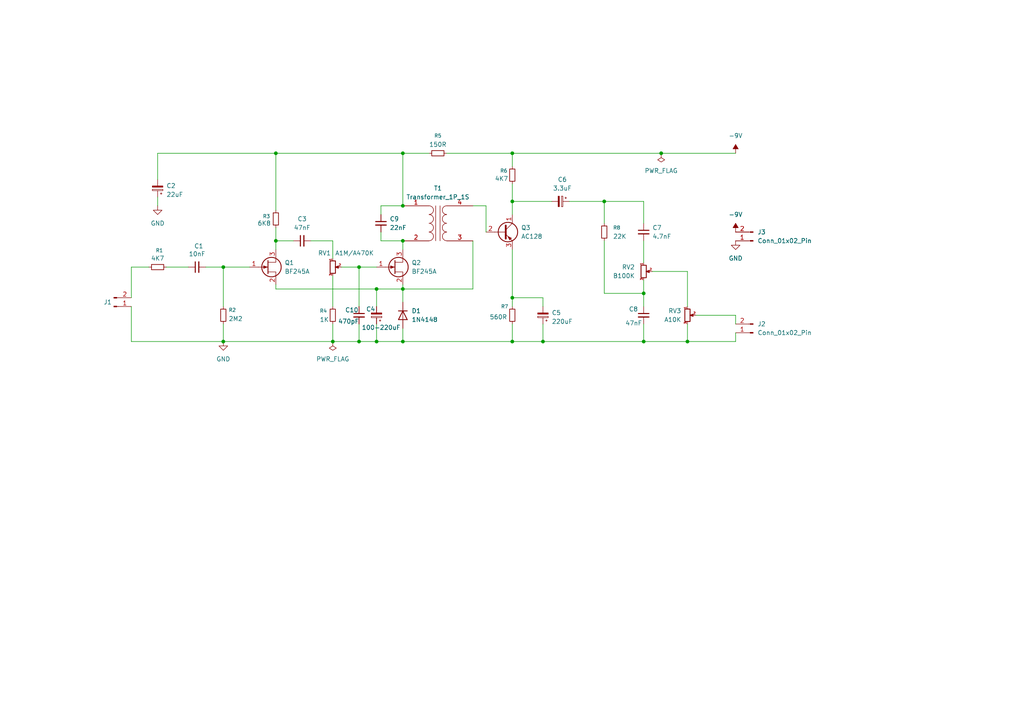
<source format=kicad_sch>
(kicad_sch (version 20250114) (generator "eeschema") (generator_version "9.0")
  (paper "A4")
  (lib_symbols
    (symbol "ACRM:AC128" (pin_names (offset 0) (hide yes))
      (property "Reference" "Q" (at 5.08 1.27 0))
      (property "Value" "AC128" (at 5.08 -1.27 0))
      (symbol "AC128_0_1"
        (polyline (pts (xy -2.54 0) (xy 0.635 0)))
        (polyline (pts (xy 0.635 1.905) (xy 0.635 -1.905)) (stroke (width 0.508)))
        (polyline (pts (xy 0.635 0.635) (xy 2.54 2.54)))
        (polyline (pts (xy 0.635 -0.635) (xy 2.54 -2.54)))
        (circle (center 1.27 0) (radius 2.8194) (stroke (width 0.254)))
        (polyline (pts (xy 2.286 -1.778) (xy 1.778 -2.286) (xy 1.27 -1.27) (xy 2.286 -1.778)) (fill (type outline)))
      )
      (symbol "AC128_1_1"
        (pin input line (at -5.08 0 0) (length 2.54) (name "B") (number "2"))
        (pin passive line (at 2.54 5.08 270) (length 2.54) (name "C") (number "1"))
        (pin passive line (at 2.54 -5.08 90) (length 2.54) (name "E") (number "3"))
      )
    )
    (symbol "Connector:Conn_01x02_Pin" (pin_names (offset 1.016) (hide yes))
      (property "Reference" "J" (at 0 2.54 0))
      (property "Value" "Conn_01x02_Pin" (at 0 -5.08 0))
      (symbol "Conn_01x02_Pin_1_1"
        (rectangle (start 0.8636 0.127) (end 0 -0.127) (stroke (width 0.1524)) (fill (type outline)))
        (rectangle (start 0.8636 -2.413) (end 0 -2.667) (stroke (width 0.1524)) (fill (type outline)))
        (polyline (pts (xy 1.27 0) (xy 0.8636 0)) (stroke (width 0.1524)))
        (polyline (pts (xy 1.27 -2.54) (xy 0.8636 -2.54)) (stroke (width 0.1524)))
        (pin passive line (at 5.08 0 180) (length 3.81) (name "Pin_1") (number "1"))
        (pin passive line (at 5.08 -2.54 180) (length 3.81) (name "Pin_2") (number "2"))
      )
    )
    (symbol "Device:C_Polarized_Small" (pin_numbers (hide yes)) (pin_names (offset 0.254) (hide yes))
      (property "Reference" "C" (at 0.254 1.778 0))
      (property "Value" "C_Polarized_Small" (at 0.254 -2.032 0))
      (symbol "C_Polarized_Small_0_1"
        (rectangle (start -1.524 0.6858) (end 1.524 0.3048))
        (rectangle (start -1.524 -0.3048) (end 1.524 -0.6858) (fill (type outline)))
        (polyline (pts (xy -1.27 1.524) (xy -0.762 1.524)))
        (polyline (pts (xy -1.016 1.27) (xy -1.016 1.778)))
      )
      (symbol "C_Polarized_Small_1_1"
        (pin passive line (at 0 2.54 270) (length 1.8542) (name "~") (number "1"))
        (pin passive line (at 0 -2.54 90) (length 1.8542) (name "~") (number "2"))
      )
    )
    (symbol "Device:C_Small" (pin_numbers (hide yes)) (pin_names (offset 0.254) (hide yes))
      (property "Reference" "C" (at 0.254 1.778 0))
      (property "Value" "C_Small" (at 0.254 -2.032 0))
      (symbol "C_Small_0_1"
        (polyline (pts (xy -1.524 0.508) (xy 1.524 0.508)) (stroke (width 0.3048)))
        (polyline (pts (xy -1.524 -0.508) (xy 1.524 -0.508)) (stroke (width 0.3302)))
      )
      (symbol "C_Small_1_1"
        (pin passive line (at 0 2.54 270) (length 2.032) (name "~") (number "1"))
        (pin passive line (at 0 -2.54 90) (length 2.032) (name "~") (number "2"))
      )
    )
    (symbol "Device:R_Potentiometer_Small" (pin_names (offset 1.016) (hide yes))
      (property "Reference" "RV" (at -4.445 0 90))
      (property "Value" "R_Potentiometer_Small" (at -2.54 0 90))
      (symbol "R_Potentiometer_Small_0_1"
        (rectangle (start 0.762 1.8034) (end -0.762 -1.8034) (stroke (width 0.254)))
        (polyline (pts (xy 0.889 0) (xy 0.635 0) (xy 1.651 0.381) (xy 1.651 -0.381) (xy 0.635 0) (xy 0.889 0)) (fill (type outline)))
      )
      (symbol "R_Potentiometer_Small_1_1"
        (pin passive line (at 0 2.54 270) (length 0.635) (name "1") (number "1"))
        (pin passive line (at 0 -2.54 90) (length 0.635) (name "3") (number "3"))
        (pin passive line (at 2.54 0 180) (length 0.9906) (name "2") (number "2"))
      )
    )
    (symbol "Device:R_Small" (pin_numbers (hide yes)) (pin_names (offset 0.254) (hide yes))
      (property "Reference" "R" (at 0 0 90))
      (property "Value" "R_Small" (at 1.778 0 90))
      (symbol "R_Small_0_1"
        (rectangle (start -0.762 1.778) (end 0.762 -1.778) (stroke (width 0.2032)))
      )
      (symbol "R_Small_1_1"
        (pin passive line (at 0 2.54 270) (length 0.762) (name "~") (number "1"))
        (pin passive line (at 0 -2.54 90) (length 0.762) (name "~") (number "2"))
      )
    )
    (symbol "Device:Transformer_1P_1S" (pin_names (offset 1.016) (hide yes))
      (property "Reference" "T" (at 0 6.35 0))
      (property "Value" "Transformer_1P_1S" (at 0 -7.62 0))
      (symbol "Transformer_1P_1S_0_1"
        (arc (start -1.27 3.81) (mid -1.656 2.9336) (end -2.54 2.5654))
        (arc (start -1.27 1.27) (mid -1.656 0.3936) (end -2.54 0.0254))
        (arc (start -1.27 -1.27) (mid -1.656 -2.1464) (end -2.54 -2.5146))
        (arc (start -1.27 -3.81) (mid -1.656 -4.6864) (end -2.54 -5.0546))
        (arc (start -2.54 5.08) (mid -1.642 4.708) (end -1.27 3.81))
        (arc (start -2.54 2.54) (mid -1.642 2.168) (end -1.27 1.27))
        (arc (start -2.54 0) (mid -1.642 -0.372) (end -1.27 -1.27))
        (arc (start -2.54 -2.54) (mid -1.642 -2.912) (end -1.27 -3.81))
        (polyline (pts (xy -0.635 5.08) (xy -0.635 -5.08)))
        (polyline (pts (xy 0.635 -5.08) (xy 0.635 5.08)))
        (arc (start 1.2954 3.81) (mid 1.6457 4.7117) (end 2.54 5.08))
        (arc (start 1.2954 1.27) (mid 1.6457 2.1717) (end 2.54 2.54))
        (arc (start 1.2954 -1.27) (mid 1.6457 -0.3683) (end 2.54 0))
        (arc (start 2.54 2.5654) (mid 1.6599 2.9299) (end 1.2954 3.81))
        (arc (start 2.54 0.0254) (mid 1.6599 0.3899) (end 1.2954 1.27))
        (arc (start 2.54 -2.5146) (mid 1.6599 -2.1501) (end 1.2954 -1.27))
        (arc (start 1.3208 -3.81) (mid 1.6711 -2.9085) (end 2.5654 -2.54))
        (arc (start 2.5654 -5.0546) (mid 1.6851 -4.6902) (end 1.3208 -3.81))
      )
      (symbol "Transformer_1P_1S_1_1"
        (pin passive line (at -10.16 5.08 0) (length 7.62) (name "AA") (number "1"))
        (pin passive line (at -10.16 -5.08 0) (length 7.62) (name "AB") (number "2"))
        (pin passive line (at 10.16 5.08 180) (length 7.62) (name "SB") (number "4"))
        (pin passive line (at 10.16 -5.08 180) (length 7.62) (name "SA") (number "3"))
      )
    )
    (symbol "Diode:1N4148" (pin_numbers (hide yes)) (pin_names (hide yes))
      (property "Reference" "D" (at 0 2.54 0))
      (property "Value" "1N4148" (at 0 -2.54 0))
      (symbol "1N4148_0_1"
        (polyline (pts (xy -1.27 1.27) (xy -1.27 -1.27)) (stroke (width 0.254)))
        (polyline (pts (xy 1.27 1.27) (xy 1.27 -1.27) (xy -1.27 0) (xy 1.27 1.27)) (stroke (width 0.254)))
        (polyline (pts (xy 1.27 0) (xy -1.27 0)))
      )
      (symbol "1N4148_1_1"
        (pin passive line (at -3.81 0 0) (length 2.54) (name "K") (number "1"))
        (pin passive line (at 3.81 0 180) (length 2.54) (name "A") (number "2"))
      )
    )
    (symbol "Transistor_FET:BF245A" (pin_names (hide yes))
      (property "Reference" "Q" (at 5.08 1.905 0))
      (property "Value" "BF245A" (at 5.08 0 0))
      (symbol "BF245A_0_1"
        (polyline (pts (xy 0 0) (xy -1.016 0.381) (xy -1.016 -0.381) (xy 0 0)) (fill (type outline)))
        (polyline (pts (xy 0.254 1.905) (xy 0.254 -1.905)) (stroke (width 0.254)))
        (polyline (pts (xy 0.254 0) (xy -2.54 0)))
        (circle (center 1.27 0) (radius 2.8194) (stroke (width 0.254)))
        (polyline (pts (xy 2.54 2.54) (xy 2.54 1.397) (xy 0.254 1.397)))
        (polyline (pts (xy 2.54 -2.54) (xy 2.54 -1.397) (xy 0.254 -1.397)))
      )
      (symbol "BF245A_1_1"
        (pin input line (at -5.08 0 0) (length 2.54) (name "G") (number "1"))
        (pin passive line (at 2.54 5.08 270) (length 2.54) (name "D") (number "3"))
        (pin passive line (at 2.54 -5.08 90) (length 2.54) (name "S") (number "2"))
      )
    )
    (symbol "power:-9V" (power) (pin_numbers (hide yes)) (pin_names (offset 0) (hide yes))
      (property "Value" "-9V" (at 0 3.556 0))
      (symbol "-9V_0_1"
        (polyline (pts (xy 0 0) (xy 0 2.54)))
        (polyline (pts (xy 0.762 1.27) (xy -0.762 1.27) (xy 0 2.54) (xy 0.762 1.27)) (fill (type outline)))
      )
      (symbol "-9V_1_1"
        (pin power_in line (at 0 0 90) (length 0) (name "~") (number "1"))
      )
    )
    (symbol "power:GND" (power) (pin_numbers (hide yes)) (pin_names (offset 0) (hide yes))
      (property "Value" "GND" (at 0 -3.81 0))
      (symbol "GND_0_1"
        (polyline (pts (xy 0 0) (xy 0 -1.27) (xy 1.27 -1.27) (xy 0 -2.54) (xy -1.27 -1.27) (xy 0 -1.27)))
      )
      (symbol "GND_1_1"
        (pin power_in line (at 0 0 270) (length 0) (name "~") (number "1"))
      )
    )
    (symbol "power:PWR_FLAG" (power) (pin_numbers (hide yes)) (pin_names (offset 0) (hide yes))
      (property "Value" "PWR_FLAG" (at 0 3.81 0))
      (symbol "PWR_FLAG_0_0"
        (pin power_out line (at 0 0 90) (length 0) (name "~") (number "1"))
      )
      (symbol "PWR_FLAG_0_1"
        (polyline (pts (xy 0 0) (xy 0 1.27) (xy -1.016 1.905) (xy 0 2.54) (xy 1.016 1.905) (xy 0 1.27)))
      )
    )
  )
  (junction (at 116.84 99.06))
  (junction (at 109.22 99.06))
  (junction (at 80.01 69.85))
  (junction (at 148.59 44.45))
  (junction (at 175.26 58.42))
  (junction (at 116.84 44.45))
  (junction (at 64.77 77.47))
  (junction (at 104.14 77.47))
  (junction (at 148.59 99.06))
  (junction (at 186.69 99.06))
  (junction (at 191.77 44.45))
  (junction (at 157.48 99.06))
  (junction (at 148.59 86.36))
  (junction (at 186.69 85.09))
  (junction (at 80.01 44.45))
  (junction (at 104.14 99.06))
  (junction (at 96.52 99.06))
  (junction (at 199.39 99.06))
  (junction (at 116.84 83.82))
  (junction (at 148.59 58.42))
  (junction (at 64.77 99.06))
  (junction (at 116.84 69.85))
  (junction (at 116.84 59.69))
  (junction (at 109.22 83.82))
  (wire (pts (xy 129.54 44.45) (xy 148.59 44.45)))
  (wire (pts (xy 38.1 88.9) (xy 38.1 99.06)))
  (wire (pts (xy 96.52 99.06) (xy 104.14 99.06)))
  (wire (pts (xy 116.84 82.55) (xy 116.84 83.82)))
  (wire (pts (xy 148.59 93.98) (xy 148.59 99.06)))
  (wire (pts (xy 186.69 58.42) (xy 186.69 64.77)))
  (wire (pts (xy 80.01 60.96) (xy 80.01 44.45)))
  (wire (pts (xy 45.72 44.45) (xy 45.72 52.07)))
  (wire (pts (xy 90.17 69.85) (xy 96.52 69.85)))
  (wire (pts (xy 137.16 59.69) (xy 140.97 59.69)))
  (wire (pts (xy 213.36 91.44) (xy 213.36 93.98)))
  (wire (pts (xy 175.26 85.09) (xy 186.69 85.09)))
  (wire (pts (xy 38.1 99.06) (xy 64.77 99.06)))
  (wire (pts (xy 109.22 83.82) (xy 116.84 83.82)))
  (wire (pts (xy 137.16 69.85) (xy 137.16 83.82)))
  (wire (pts (xy 186.69 81.28) (xy 186.69 85.09)))
  (wire (pts (xy 191.77 44.45) (xy 213.36 44.45)))
  (wire (pts (xy 38.1 77.47) (xy 38.1 86.36)))
  (wire (pts (xy 116.84 95.25) (xy 116.84 99.06)))
  (wire (pts (xy 148.59 86.36) (xy 148.59 88.9)))
  (wire (pts (xy 148.59 72.39) (xy 148.59 86.36)))
  (wire (pts (xy 110.49 69.85) (xy 116.84 69.85)))
  (wire (pts (xy 110.49 67.31) (xy 110.49 69.85)))
  (wire (pts (xy 109.22 99.06) (xy 116.84 99.06)))
  (wire (pts (xy 199.39 99.06) (xy 213.36 99.06)))
  (wire (pts (xy 64.77 93.98) (xy 64.77 99.06)))
  (wire (pts (xy 201.93 91.44) (xy 213.36 91.44)))
  (wire (pts (xy 99.06 77.47) (xy 104.14 77.47)))
  (wire (pts (xy 104.14 93.98) (xy 104.14 99.06)))
  (wire (pts (xy 157.48 93.98) (xy 157.48 99.06)))
  (wire (pts (xy 157.48 99.06) (xy 148.59 99.06)))
  (wire (pts (xy 64.77 99.06) (xy 96.52 99.06)))
  (wire (pts (xy 80.01 83.82) (xy 109.22 83.82)))
  (wire (pts (xy 157.48 86.36) (xy 157.48 88.9)))
  (wire (pts (xy 137.16 83.82) (xy 116.84 83.82)))
  (wire (pts (xy 186.69 85.09) (xy 186.69 88.9)))
  (wire (pts (xy 80.01 69.85) (xy 85.09 69.85)))
  (wire (pts (xy 45.72 57.15) (xy 45.72 59.69)))
  (wire (pts (xy 148.59 44.45) (xy 148.59 48.26)))
  (wire (pts (xy 96.52 80.01) (xy 96.52 88.9)))
  (wire (pts (xy 116.84 83.82) (xy 116.84 87.63)))
  (wire (pts (xy 80.01 66.04) (xy 80.01 69.85)))
  (wire (pts (xy 157.48 99.06) (xy 186.69 99.06)))
  (wire (pts (xy 80.01 69.85) (xy 80.01 72.39)))
  (wire (pts (xy 140.97 59.69) (xy 140.97 67.31)))
  (wire (pts (xy 189.23 78.74) (xy 199.39 78.74)))
  (wire (pts (xy 148.59 86.36) (xy 157.48 86.36)))
  (wire (pts (xy 116.84 99.06) (xy 148.59 99.06)))
  (wire (pts (xy 45.72 44.45) (xy 80.01 44.45)))
  (wire (pts (xy 80.01 44.45) (xy 116.84 44.45)))
  (wire (pts (xy 148.59 44.45) (xy 191.77 44.45)))
  (wire (pts (xy 38.1 77.47) (xy 43.18 77.47)))
  (wire (pts (xy 175.26 69.85) (xy 175.26 85.09)))
  (wire (pts (xy 104.14 99.06) (xy 109.22 99.06)))
  (wire (pts (xy 199.39 93.98) (xy 199.39 99.06)))
  (wire (pts (xy 186.69 99.06) (xy 199.39 99.06)))
  (wire (pts (xy 148.59 58.42) (xy 148.59 62.23)))
  (wire (pts (xy 96.52 93.98) (xy 96.52 99.06)))
  (wire (pts (xy 110.49 62.23) (xy 110.49 59.69)))
  (wire (pts (xy 116.84 44.45) (xy 116.84 59.69)))
  (wire (pts (xy 165.1 58.42) (xy 175.26 58.42)))
  (wire (pts (xy 110.49 59.69) (xy 116.84 59.69)))
  (wire (pts (xy 213.36 96.52) (xy 213.36 99.06)))
  (wire (pts (xy 109.22 93.98) (xy 109.22 99.06)))
  (wire (pts (xy 175.26 58.42) (xy 175.26 64.77)))
  (wire (pts (xy 186.69 69.85) (xy 186.69 76.2)))
  (wire (pts (xy 109.22 88.9) (xy 109.22 83.82)))
  (wire (pts (xy 199.39 78.74) (xy 199.39 88.9)))
  (wire (pts (xy 104.14 77.47) (xy 109.22 77.47)))
  (wire (pts (xy 96.52 69.85) (xy 96.52 74.93)))
  (wire (pts (xy 116.84 44.45) (xy 124.46 44.45)))
  (wire (pts (xy 186.69 93.98) (xy 186.69 99.06)))
  (wire (pts (xy 116.84 69.85) (xy 116.84 72.39)))
  (wire (pts (xy 48.26 77.47) (xy 54.61 77.47)))
  (wire (pts (xy 148.59 58.42) (xy 160.02 58.42)))
  (wire (pts (xy 64.77 88.9) (xy 64.77 77.47)))
  (wire (pts (xy 104.14 88.9) (xy 104.14 77.47)))
  (wire (pts (xy 175.26 58.42) (xy 186.69 58.42)))
  (wire (pts (xy 59.69 77.47) (xy 64.77 77.47)))
  (wire (pts (xy 148.59 53.34) (xy 148.59 58.42)))
  (wire (pts (xy 64.77 77.47) (xy 72.39 77.47)))
  (wire (pts (xy 80.01 82.55) (xy 80.01 83.82)))
  (symbol (lib_id "Device:C_Small") (at 57.15 77.47 90) (unit 1)
    (property "Reference" "C1" (at 57.658 71.374 90))
    (property "Value" "10nF" (at 57.1563 73.66 90))
    (property "Footprint" "Capacitor_THT:C_Rect_L7.2mm_W3.0mm_P5.00mm_FKS2_FKP2_MKS2_MKP2" (effects (hide yes)))
    (property "Description" "Unpolarized capacitor, small symbol" (effects (hide yes)))
  )
  (symbol (lib_id "Device:C_Polarized_Small") (at 162.56 58.42 270) (unit 1)
    (property "Reference" "C6" (at 163.1061 52.07 90))
    (property "Value" "3.3uF" (at 163.1061 54.61 90))
    (property "Footprint" "Capacitor_THT:CP_Radial_D8.0mm_P3.50mm" (effects (hide yes)))
    (property "Description" "Polarized capacitor, small symbol" (effects (hide yes)))
  )
  (symbol (lib_id "Connector:Conn_01x02_Pin") (at 218.44 96.52 180) (unit 1)
    (property "Reference" "J2" (at 219.71 93.9799 0) (effects (justify right)))
    (property "Value" "Conn_01x02_Pin" (at 219.71 96.5199 0) (effects (justify right)))
    (property "Footprint" "Connector_Molex:Molex_KK-254_AE-6410-02A_1x02_P2.54mm_Vertical" (effects (hide yes)))
    (property "Description" "Generic connector, single row, 01x02, script generated" (effects (hide yes)))
  )
  (symbol (lib_id "Device:R_Small") (at 127 44.45 90) (unit 1)
    (property "Reference" "R5" (at 127 39.37 90) (effects (font (size 1.016 1.016))))
    (property "Value" "150R" (at 127 41.91 90))
    (property "Footprint" "Resistor_THT:R_Axial_DIN0207_L6.3mm_D2.5mm_P10.16mm_Horizontal" (effects (hide yes)))
    (property "Description" "Resistor, small symbol" (effects (hide yes)))
  )
  (symbol (lib_id "Device:C_Small") (at 104.14 91.44 0) (unit 1)
    (property "Reference" "C10" (at 100.076 89.916 0) (effects (justify left)))
    (property "Value" "470pF" (at 98.044 93.218 0) (effects (justify left)))
    (property "Footprint" "Capacitor_THT:C_Rect_L7.2mm_W3.0mm_P5.00mm_FKS2_FKP2_MKS2_MKP2" (effects (hide yes)))
    (property "Description" "Unpolarized capacitor, small symbol" (effects (hide yes)))
  )
  (symbol (lib_id "Device:C_Polarized_Small") (at 109.22 91.44 180) (unit 1)
    (property "Reference" "C4" (at 106.172 89.662 0) (effects (justify right)))
    (property "Value" "100-220uF" (at 104.902 94.996 0) (effects (justify right)))
    (property "Footprint" "Capacitor_THT:CP_Radial_D8.0mm_P3.50mm" (effects (hide yes)))
    (property "Description" "Polarized capacitor, small symbol" (effects (hide yes)))
  )
  (symbol (lib_id "Transistor_FET:BF245A") (at 114.3 77.47 0) (unit 1)
    (property "Reference" "Q2" (at 119.38 76.1999 0) (effects (justify left)))
    (property "Value" "BF245A" (at 119.38 78.7399 0) (effects (justify left)))
    (property "Footprint" "Package_TO_SOT_THT:TO-92_Inline" (effects (hide yes)))
    (property "Datasheet" "https://www.onsemi.com/pub/Collateral/BF245A-D.PDF" (effects (hide yes)))
    (property "Description" "50mA Id, 30V Vgs, N-Channel FET Transistor, TO-92" (effects (hide yes)))
  )
  (symbol (lib_id "power:-9V") (at 213.36 44.45 0) (unit 1)
    (property "Reference" "#PWR03" (effects (hide yes)))
    (property "Value" "-9V" (at 213.36 39.37 0))
    (property "Description" "Power symbol creates a global label with name \"-9V\"" (effects (hide yes)))
  )
  (symbol (lib_id "Transistor_FET:BF245A") (at 77.47 77.47 0) (unit 1)
    (property "Reference" "Q1" (at 82.55 76.1999 0) (effects (justify left)))
    (property "Value" "BF245A" (at 82.55 78.7399 0) (effects (justify left)))
    (property "Footprint" "Package_TO_SOT_THT:TO-92_Inline" (effects (hide yes)))
    (property "Datasheet" "https://www.onsemi.com/pub/Collateral/BF245A-D.PDF" (effects (hide yes)))
    (property "Description" "50mA Id, 30V Vgs, N-Channel FET Transistor, TO-92" (effects (hide yes)))
  )
  (symbol (lib_id "ACRM:AC128") (at 146.05 67.31 0) (unit 1)
    (property "Reference" "Q3" (at 151.13 66.0399 0) (effects (justify left)))
    (property "Value" "AC128" (at 151.13 68.5799 0) (effects (justify left)))
    (property "Footprint" "ACRM:TO-1-3" (effects (hide yes)))
    (property "Description" "PNP transistor, collector/base/emitter" (effects (hide yes)))
  )
  (symbol (lib_id "power:PWR_FLAG") (at 96.52 99.06 180) (unit 1)
    (property "Reference" "#FLG01" (effects (hide yes)))
    (property "Value" "PWR_FLAG" (at 96.52 104.14 0))
    (property "Description" "Special symbol for telling ERC where power comes from" (effects (hide yes)))
  )
  (symbol (lib_id "Device:C_Polarized_Small") (at 157.48 91.44 180) (unit 1)
    (property "Reference" "C5" (at 160.02 90.716 0) (effects (justify right)))
    (property "Value" "220uF" (at 160.02 93.256 0) (effects (justify right)))
    (property "Footprint" "Capacitor_THT:CP_Radial_D8.0mm_P3.50mm" (effects (hide yes)))
    (property "Description" "Polarized capacitor, small symbol" (effects (hide yes)))
  )
  (symbol (lib_id "Device:R_Small") (at 64.77 91.44 0) (unit 1)
    (property "Reference" "R2" (at 66.294 89.916 0) (effects (font (size 1.016 1.016)) (justify left)))
    (property "Value" "2M2" (at 66.294 92.456 0) (effects (justify left)))
    (property "Footprint" "Resistor_THT:R_Axial_DIN0207_L6.3mm_D2.5mm_P10.16mm_Horizontal" (effects (hide yes)))
    (property "Description" "Resistor, small symbol" (effects (hide yes)))
  )
  (symbol (lib_id "Device:C_Small") (at 87.63 69.85 90) (unit 1)
    (property "Reference" "C3" (at 87.6363 63.5 90))
    (property "Value" "47nF" (at 87.6363 66.04 90))
    (property "Footprint" "Capacitor_THT:C_Rect_L7.2mm_W3.0mm_P5.00mm_FKS2_FKP2_MKS2_MKP2" (effects (hide yes)))
    (property "Description" "Unpolarized capacitor, small symbol" (effects (hide yes)))
  )
  (symbol (lib_id "Device:R_Small") (at 45.72 77.47 90) (unit 1)
    (property "Reference" "R1" (at 46.228 72.644 90) (effects (font (size 1.016 1.016))))
    (property "Value" "4K7" (at 45.72 74.93 90))
    (property "Footprint" "Resistor_THT:R_Axial_DIN0207_L6.3mm_D2.5mm_P10.16mm_Horizontal" (effects (hide yes)))
    (property "Description" "Resistor, small symbol" (effects (hide yes)))
  )
  (symbol (lib_id "Device:R_Small") (at 148.59 50.8 0) (unit 1)
    (property "Reference" "R6" (at 145.034 49.53 0) (effects (font (size 1.016 1.016)) (justify left)))
    (property "Value" "4K7" (at 143.51 51.816 0) (effects (justify left)))
    (property "Footprint" "Resistor_THT:R_Axial_DIN0207_L6.3mm_D2.5mm_P10.16mm_Horizontal" (effects (hide yes)))
    (property "Description" "Resistor, small symbol" (effects (hide yes)))
  )
  (symbol (lib_id "Diode:1N4148") (at 116.84 91.44 270) (unit 1)
    (property "Reference" "D1" (at 119.38 90.1699 90) (effects (justify left)))
    (property "Value" "1N4148" (at 119.38 92.7099 90) (effects (justify left)))
    (property "Footprint" "Diode_THT:D_DO-35_SOD27_P7.62mm_Horizontal" (effects (hide yes)))
    (property "Datasheet" "https://assets.nexperia.com/documents/data-sheet/1N4148_1N4448.pdf" (effects (hide yes)))
    (property "Description" "100V 0.15A standard switching diode, DO-35" (effects (hide yes)))
    (property "Sim.Device" "D" (effects (hide yes)))
    (property "Sim.Pins" "1=K 2=A" (effects (hide yes)))
  )
  (symbol (lib_id "Device:C_Small") (at 186.69 67.31 0) (unit 1)
    (property "Reference" "C7" (at 189.23 66.0462 0) (effects (justify left)))
    (property "Value" "4.7nF" (at 189.23 68.5862 0) (effects (justify left)))
    (property "Footprint" "Capacitor_THT:C_Rect_L7.2mm_W3.0mm_P5.00mm_FKS2_FKP2_MKS2_MKP2" (effects (hide yes)))
    (property "Description" "Unpolarized capacitor, small symbol" (effects (hide yes)))
  )
  (symbol (lib_id "Device:C_Small") (at 186.69 91.44 0) (unit 1)
    (property "Reference" "C8" (at 182.372 89.662 0) (effects (justify left)))
    (property "Value" "47nF" (at 181.356 93.726 0) (effects (justify left)))
    (property "Footprint" "Capacitor_THT:C_Rect_L7.2mm_W3.0mm_P5.00mm_FKS2_FKP2_MKS2_MKP2" (effects (hide yes)))
    (property "Description" "Unpolarized capacitor, small symbol" (effects (hide yes)))
  )
  (symbol (lib_id "power:GND") (at 45.72 59.69 0) (unit 1)
    (property "Reference" "#PWR01" (effects (hide yes)))
    (property "Value" "GND" (at 45.72 64.77 0))
    (property "Description" "Power symbol creates a global label with name \"GND\" , ground" (effects (hide yes)))
  )
  (symbol (lib_id "power:PWR_FLAG") (at 191.77 44.45 180) (unit 1)
    (property "Reference" "#FLG02" (effects (hide yes)))
    (property "Value" "PWR_FLAG" (at 191.77 49.53 0))
    (property "Description" "Special symbol for telling ERC where power comes from" (effects (hide yes)))
  )
  (symbol (lib_id "Device:R_Potentiometer_Small") (at 96.52 77.47 0) (unit 1)
    (property "Reference" "RV1" (at 96.012 73.406 0) (effects (justify right)))
    (property "Value" "A1M/A470K" (at 108.458 73.406 0) (effects (justify right)))
    (property "Footprint" "Potentiometer_THT:Potentiometer_Alps_RK09L_Single_Vertical" (effects (hide yes)))
    (property "Description" "Potentiometer" (effects (hide yes)))
  )
  (symbol (lib_id "Device:R_Potentiometer_Small") (at 186.69 78.74 0) (unit 1)
    (property "Reference" "RV2" (at 184.15 77.4699 0) (effects (justify right)))
    (property "Value" "B100K" (at 184.15 80.0099 0) (effects (justify right)))
    (property "Footprint" "Potentiometer_THT:Potentiometer_Alps_RK09L_Single_Vertical" (effects (hide yes)))
    (property "Description" "Potentiometer" (effects (hide yes)))
  )
  (symbol (lib_id "Device:R_Small") (at 80.01 63.5 0) (unit 1)
    (property "Reference" "R3" (at 76.2 62.738 0) (effects (font (size 1.016 1.016)) (justify left)))
    (property "Value" "6K8" (at 74.676 64.77 0) (effects (justify left)))
    (property "Footprint" "Resistor_THT:R_Axial_DIN0207_L6.3mm_D2.5mm_P10.16mm_Horizontal" (effects (hide yes)))
    (property "Description" "Resistor, small symbol" (effects (hide yes)))
  )
  (symbol (lib_id "Connector:Conn_01x02_Pin") (at 218.44 69.85 180) (unit 1)
    (property "Reference" "J3" (at 219.71 67.3099 0) (effects (justify right)))
    (property "Value" "Conn_01x02_Pin" (at 219.71 69.8499 0) (effects (justify right)))
    (property "Footprint" "Connector_Molex:Molex_KK-254_AE-6410-02A_1x02_P2.54mm_Vertical" (effects (hide yes)))
    (property "Description" "Generic connector, single row, 01x02, script generated" (effects (hide yes)))
  )
  (symbol (lib_id "Device:R_Potentiometer_Small") (at 199.39 91.44 0) (unit 1)
    (property "Reference" "RV3" (at 197.612 90.17 0) (effects (justify right)))
    (property "Value" "A10K" (at 197.612 92.71 0) (effects (justify right)))
    (property "Footprint" "Potentiometer_THT:Potentiometer_Alps_RK09L_Single_Vertical" (effects (hide yes)))
    (property "Description" "Potentiometer" (effects (hide yes)))
  )
  (symbol (lib_id "Device:Transformer_1P_1S") (at 127 64.77 0) (unit 1)
    (property "Reference" "T1" (at 127.0127 54.61 0))
    (property "Value" "Transformer_1P_1S" (at 127.0127 57.15 0))
    (property "Footprint" "ACRM:Transformer_LT722" (effects (hide yes)))
    (property "Description" "Transformer, single primary, single secondary" (effects (hide yes)))
  )
  (symbol (lib_id "power:GND") (at 213.36 69.85 0) (unit 1)
    (property "Reference" "#PWR05" (effects (hide yes)))
    (property "Value" "GND" (at 213.36 74.93 0))
    (property "Description" "Power symbol creates a global label with name \"GND\" , ground" (effects (hide yes)))
  )
  (symbol (lib_id "Device:R_Small") (at 175.26 67.31 0) (unit 1)
    (property "Reference" "R8" (at 177.8 66.0399 0) (effects (font (size 1.016 1.016)) (justify left)))
    (property "Value" "22K" (at 177.8 68.5799 0) (effects (justify left)))
    (property "Footprint" "Resistor_THT:R_Axial_DIN0207_L6.3mm_D2.5mm_P10.16mm_Horizontal" (effects (hide yes)))
    (property "Description" "Resistor, small symbol" (effects (hide yes)))
  )
  (symbol (lib_id "Device:C_Small") (at 110.49 64.77 0) (unit 1)
    (property "Reference" "C9" (at 113.03 63.5062 0) (effects (justify left)))
    (property "Value" "22nF" (at 113.03 66.0462 0) (effects (justify left)))
    (property "Footprint" "Capacitor_THT:C_Rect_L7.2mm_W3.0mm_P5.00mm_FKS2_FKP2_MKS2_MKP2" (effects (hide yes)))
    (property "Description" "Unpolarized capacitor, small symbol" (effects (hide yes)))
  )
  (symbol (lib_id "Device:C_Polarized_Small") (at 45.72 54.61 180) (unit 1)
    (property "Reference" "C2" (at 48.26 53.886 0) (effects (justify right)))
    (property "Value" "22uF" (at 48.26 56.426 0) (effects (justify right)))
    (property "Footprint" "Capacitor_THT:CP_Radial_D8.0mm_P3.50mm" (effects (hide yes)))
    (property "Description" "Polarized capacitor, small symbol" (effects (hide yes)))
  )
  (symbol (lib_id "Device:R_Small") (at 96.52 91.44 0) (unit 1)
    (property "Reference" "R4" (at 92.71 90.17 0) (effects (font (size 1.016 1.016)) (justify left)))
    (property "Value" "1K" (at 92.71 92.71 0) (effects (justify left)))
    (property "Footprint" "Resistor_THT:R_Axial_DIN0207_L6.3mm_D2.5mm_P10.16mm_Horizontal" (effects (hide yes)))
    (property "Description" "Resistor, small symbol" (effects (hide yes)))
  )
  (symbol (lib_id "Device:R_Small") (at 148.59 91.44 0) (unit 1)
    (property "Reference" "R7" (at 145.288 88.9 0) (effects (font (size 1.016 1.016)) (justify left)))
    (property "Value" "560R" (at 141.986 91.948 0) (effects (justify left)))
    (property "Footprint" "Resistor_THT:R_Axial_DIN0207_L6.3mm_D2.5mm_P10.16mm_Horizontal" (effects (hide yes)))
    (property "Description" "Resistor, small symbol" (effects (hide yes)))
  )
  (symbol (lib_id "power:GND") (at 64.77 99.06 0) (unit 1)
    (property "Reference" "#PWR02" (effects (hide yes)))
    (property "Value" "GND" (at 64.77 104.14 0))
    (property "Description" "Power symbol creates a global label with name \"GND\" , ground" (effects (hide yes)))
  )
  (symbol (lib_id "Connector:Conn_01x02_Pin") (at 33.02 88.9 0) (mirror x) (unit 1)
    (property "Reference" "J1" (at 31.242 87.63 0))
    (property "Value" "Conn_01x02_Pin" (effects (hide yes)))
    (property "Footprint" "Connector_Molex:Molex_KK-254_AE-6410-02A_1x02_P2.54mm_Vertical" (effects (hide yes)))
    (property "Description" "Generic connector, single row, 01x02, script generated" (effects (hide yes)))
  )
  (symbol (lib_id "power:-9V") (at 213.36 67.31 0) (unit 1)
    (property "Reference" "#PWR04" (effects (hide yes)))
    (property "Value" "-9V" (at 213.36 62.23 0))
    (property "Description" "Power symbol creates a global label with name \"-9V\"" (effects (hide yes)))
  )
)
</source>
